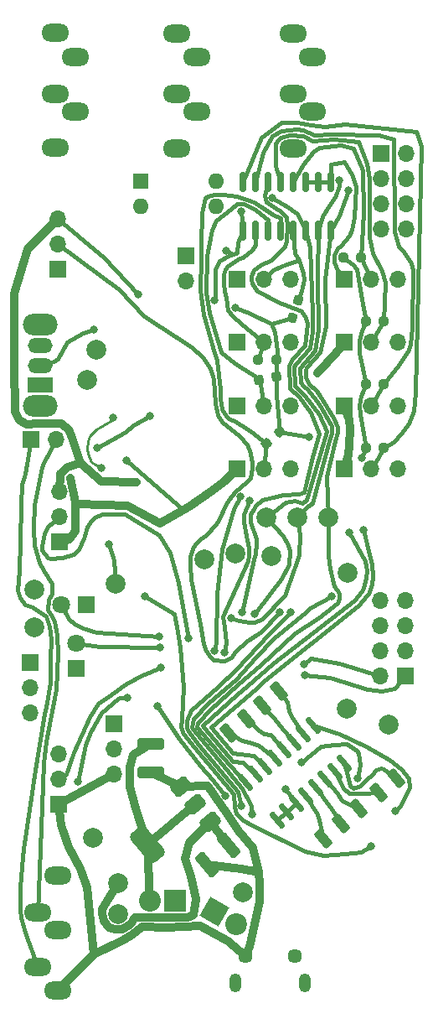
<source format=gbr>
G04 #@! TF.GenerationSoftware,KiCad,Pcbnew,8.0.3*
G04 #@! TF.CreationDate,2024-08-04T14:16:49-04:00*
G04 #@! TF.ProjectId,MEAP_Rev4b,4d454150-5f52-4657-9634-622e6b696361,rev?*
G04 #@! TF.SameCoordinates,Original*
G04 #@! TF.FileFunction,Copper,L2,Bot*
G04 #@! TF.FilePolarity,Positive*
%FSLAX46Y46*%
G04 Gerber Fmt 4.6, Leading zero omitted, Abs format (unit mm)*
G04 Created by KiCad (PCBNEW 8.0.3) date 2024-08-04 14:16:49*
%MOMM*%
%LPD*%
G01*
G04 APERTURE LIST*
G04 Aperture macros list*
%AMRoundRect*
0 Rectangle with rounded corners*
0 $1 Rounding radius*
0 $2 $3 $4 $5 $6 $7 $8 $9 X,Y pos of 4 corners*
0 Add a 4 corners polygon primitive as box body*
4,1,4,$2,$3,$4,$5,$6,$7,$8,$9,$2,$3,0*
0 Add four circle primitives for the rounded corners*
1,1,$1+$1,$2,$3*
1,1,$1+$1,$4,$5*
1,1,$1+$1,$6,$7*
1,1,$1+$1,$8,$9*
0 Add four rect primitives between the rounded corners*
20,1,$1+$1,$2,$3,$4,$5,0*
20,1,$1+$1,$4,$5,$6,$7,0*
20,1,$1+$1,$6,$7,$8,$9,0*
20,1,$1+$1,$8,$9,$2,$3,0*%
%AMHorizOval*
0 Thick line with rounded ends*
0 $1 width*
0 $2 $3 position (X,Y) of the first rounded end (center of the circle)*
0 $4 $5 position (X,Y) of the second rounded end (center of the circle)*
0 Add line between two ends*
20,1,$1,$2,$3,$4,$5,0*
0 Add two circle primitives to create the rounded ends*
1,1,$1,$2,$3*
1,1,$1,$4,$5*%
%AMRotRect*
0 Rectangle, with rotation*
0 The origin of the aperture is its center*
0 $1 length*
0 $2 width*
0 $3 Rotation angle, in degrees counterclockwise*
0 Add horizontal line*
21,1,$1,$2,0,0,$3*%
G04 Aperture macros list end*
G04 #@! TA.AperFunction,ComponentPad*
%ADD10C,2.000000*%
G04 #@! TD*
G04 #@! TA.AperFunction,SMDPad,CuDef*
%ADD11RoundRect,0.250000X-1.100000X0.325000X-1.100000X-0.325000X1.100000X-0.325000X1.100000X0.325000X0*%
G04 #@! TD*
G04 #@! TA.AperFunction,ComponentPad*
%ADD12R,1.700000X1.700000*%
G04 #@! TD*
G04 #@! TA.AperFunction,ComponentPad*
%ADD13O,1.700000X1.700000*%
G04 #@! TD*
G04 #@! TA.AperFunction,ComponentPad*
%ADD14O,2.800000X1.800000*%
G04 #@! TD*
G04 #@! TA.AperFunction,ComponentPad*
%ADD15R,1.600000X1.600000*%
G04 #@! TD*
G04 #@! TA.AperFunction,ComponentPad*
%ADD16O,1.600000X1.600000*%
G04 #@! TD*
G04 #@! TA.AperFunction,ComponentPad*
%ADD17O,3.500000X2.200000*%
G04 #@! TD*
G04 #@! TA.AperFunction,ComponentPad*
%ADD18R,2.500000X1.500000*%
G04 #@! TD*
G04 #@! TA.AperFunction,ComponentPad*
%ADD19O,2.500000X1.500000*%
G04 #@! TD*
G04 #@! TA.AperFunction,ComponentPad*
%ADD20RotRect,2.200000X2.200000X330.000000*%
G04 #@! TD*
G04 #@! TA.AperFunction,ComponentPad*
%ADD21HorizOval,2.200000X0.000000X0.000000X0.000000X0.000000X0*%
G04 #@! TD*
G04 #@! TA.AperFunction,ComponentPad*
%ADD22O,1.200000X1.900000*%
G04 #@! TD*
G04 #@! TA.AperFunction,ComponentPad*
%ADD23C,1.450000*%
G04 #@! TD*
G04 #@! TA.AperFunction,ComponentPad*
%ADD24R,2.200000X2.200000*%
G04 #@! TD*
G04 #@! TA.AperFunction,ComponentPad*
%ADD25O,2.200000X2.200000*%
G04 #@! TD*
G04 #@! TA.AperFunction,ComponentPad*
%ADD26R,1.800000X1.800000*%
G04 #@! TD*
G04 #@! TA.AperFunction,ComponentPad*
%ADD27C,1.800000*%
G04 #@! TD*
G04 #@! TA.AperFunction,SMDPad,CuDef*
%ADD28RoundRect,0.375000X0.237732X0.689009X-0.719823X-0.114476X-0.237732X-0.689009X0.719823X0.114476X0*%
G04 #@! TD*
G04 #@! TA.AperFunction,SMDPad,CuDef*
%ADD29RoundRect,0.500000X-0.516880X1.393856X-1.282925X0.751068X0.516880X-1.393856X1.282925X-0.751068X0*%
G04 #@! TD*
G04 #@! TA.AperFunction,SMDPad,CuDef*
%ADD30RoundRect,0.250000X-0.458102X1.051555X-0.956031X0.633743X0.458102X-1.051555X0.956031X-0.633743X0*%
G04 #@! TD*
G04 #@! TA.AperFunction,SMDPad,CuDef*
%ADD31RoundRect,0.250000X0.290580X-0.735230X0.673602X-0.413836X-0.290580X0.735230X-0.673602X0.413836X0*%
G04 #@! TD*
G04 #@! TA.AperFunction,SMDPad,CuDef*
%ADD32RoundRect,0.250000X-0.290580X0.735230X-0.673602X0.413836X0.290580X-0.735230X0.673602X-0.413836X0*%
G04 #@! TD*
G04 #@! TA.AperFunction,SMDPad,CuDef*
%ADD33RoundRect,0.237500X-0.250000X-0.237500X0.250000X-0.237500X0.250000X0.237500X-0.250000X0.237500X0*%
G04 #@! TD*
G04 #@! TA.AperFunction,SMDPad,CuDef*
%ADD34RoundRect,0.237500X0.250000X0.237500X-0.250000X0.237500X-0.250000X-0.237500X0.250000X-0.237500X0*%
G04 #@! TD*
G04 #@! TA.AperFunction,SMDPad,CuDef*
%ADD35RoundRect,0.237500X0.204960X0.277304X-0.287443X0.190480X-0.204960X-0.277304X0.287443X-0.190480X0*%
G04 #@! TD*
G04 #@! TA.AperFunction,SMDPad,CuDef*
%ADD36RoundRect,0.237500X0.038849X0.342632X-0.344173X0.021239X-0.038849X-0.342632X0.344173X-0.021239X0*%
G04 #@! TD*
G04 #@! TA.AperFunction,SMDPad,CuDef*
%ADD37RoundRect,0.150000X-0.150000X0.825000X-0.150000X-0.825000X0.150000X-0.825000X0.150000X0.825000X0*%
G04 #@! TD*
G04 #@! TA.AperFunction,SMDPad,CuDef*
%ADD38RoundRect,0.150000X0.645206X-0.535569X-0.415393X0.728405X-0.645206X0.535569X0.415393X-0.728405X0*%
G04 #@! TD*
G04 #@! TA.AperFunction,SMDPad,CuDef*
%ADD39RoundRect,0.237500X0.137672X-0.316153X0.308682X0.153693X-0.137672X0.316153X-0.308682X-0.153693X0*%
G04 #@! TD*
G04 #@! TA.AperFunction,ViaPad*
%ADD40C,0.800000*%
G04 #@! TD*
G04 #@! TA.AperFunction,Conductor*
%ADD41C,0.406400*%
G04 #@! TD*
G04 #@! TA.AperFunction,Conductor*
%ADD42C,0.812800*%
G04 #@! TD*
G04 #@! TA.AperFunction,Conductor*
%ADD43C,0.254000*%
G04 #@! TD*
G04 APERTURE END LIST*
D10*
X28640000Y-106400000D03*
D11*
X31900000Y-92160000D03*
X31899998Y-89210000D03*
D10*
X43620000Y-66350000D03*
D12*
X51540000Y-48700000D03*
D13*
X54240000Y-48700000D03*
X56940000Y-48700000D03*
D10*
X25520000Y-52540000D03*
X40480000Y-70060000D03*
D12*
X35470000Y-39930000D03*
D13*
X35470000Y-42470000D03*
D12*
X40640000Y-48700000D03*
D13*
X43340000Y-48700000D03*
X46040000Y-48700000D03*
D12*
X40640000Y-55100000D03*
D13*
X43340000Y-55100000D03*
X46040000Y-55100000D03*
D14*
X48300000Y-25430000D03*
X46300000Y-23630000D03*
X46300000Y-17530000D03*
X48300000Y-19930000D03*
X46300000Y-29130000D03*
D12*
X51540000Y-55100000D03*
D13*
X54240000Y-55100000D03*
X56940000Y-55100000D03*
D12*
X55220000Y-29660000D03*
D13*
X57760000Y-29660000D03*
X55220000Y-32200000D03*
X57760000Y-32200000D03*
X55220000Y-34740000D03*
X57760000Y-34740000D03*
X55220000Y-37280000D03*
X57760000Y-37280000D03*
D10*
X51860000Y-71960000D03*
D12*
X40640000Y-42300000D03*
D13*
X43340000Y-42300000D03*
X46040000Y-42300000D03*
D10*
X44100000Y-70290000D03*
D14*
X20540001Y-106260001D03*
X22540000Y-108060000D03*
X22540000Y-114160000D03*
X20540001Y-111760001D03*
X22540000Y-102560000D03*
D10*
X55970000Y-87280000D03*
D12*
X22690000Y-68810000D03*
D13*
X22690000Y-66270000D03*
X22689997Y-63730001D03*
D10*
X28670000Y-103300000D03*
X46755000Y-66350000D03*
D12*
X57640000Y-82390000D03*
D13*
X55100000Y-82390000D03*
X57640000Y-79850000D03*
X55100002Y-79850001D03*
X57639997Y-77310001D03*
X55100001Y-77310002D03*
X57640000Y-74770000D03*
X55099999Y-74770001D03*
D15*
X30900001Y-32460000D03*
D16*
X30900001Y-35000000D03*
X38520000Y-35000000D03*
X38520001Y-32460000D03*
D10*
X26450000Y-49460000D03*
X20180000Y-73670000D03*
X20130000Y-77480000D03*
D12*
X40640000Y-61500000D03*
D13*
X43340000Y-61500000D03*
X46040000Y-61500000D03*
D12*
X19750000Y-81040000D03*
D13*
X19750000Y-83580000D03*
X19750000Y-86120000D03*
D14*
X24300000Y-25385000D03*
X22300000Y-23585000D03*
X22300000Y-17485000D03*
X24300000Y-19885000D03*
X22300000Y-29085000D03*
D10*
X28380000Y-73080000D03*
X51710000Y-85690000D03*
X49890000Y-66350000D03*
D12*
X28210000Y-87180000D03*
D13*
X28210000Y-89720000D03*
X28210000Y-92260000D03*
D12*
X51540000Y-61500000D03*
D13*
X54240000Y-61500000D03*
X56940000Y-61500000D03*
D12*
X51540000Y-42300000D03*
D13*
X54240000Y-42300000D03*
X56940000Y-42300000D03*
D17*
X20740000Y-55140000D03*
X20740000Y-46940000D03*
D18*
X20740000Y-53040000D03*
D19*
X20740001Y-51039999D03*
X20740000Y-49040000D03*
D20*
X38350295Y-106170000D03*
D21*
X40550000Y-107440000D03*
D10*
X41260000Y-104220000D03*
D22*
X40529999Y-113332000D03*
D23*
X41529999Y-110632000D03*
X46529999Y-110632000D03*
D22*
X47529999Y-113332000D03*
D14*
X36560000Y-25420000D03*
X34560000Y-23620000D03*
X34560000Y-17520000D03*
X36560000Y-19920000D03*
X34560000Y-29120000D03*
D24*
X34430000Y-105110000D03*
D25*
X31890000Y-105110000D03*
D12*
X19820000Y-58520000D03*
D13*
X22360000Y-58520000D03*
D12*
X22540003Y-41299999D03*
D13*
X22540003Y-38759999D03*
X22540003Y-36219999D03*
D26*
X24390000Y-81600000D03*
D27*
X24390000Y-79060000D03*
D12*
X22640000Y-95310000D03*
D13*
X22640000Y-92770000D03*
X22640000Y-90230000D03*
D28*
X37936824Y-97113806D03*
D29*
X31632333Y-99401466D03*
D28*
X36458411Y-95351902D03*
X34980000Y-93590000D03*
D30*
X37590000Y-101400000D03*
X39849830Y-99503776D03*
D10*
X37380000Y-70630000D03*
X26130000Y-98750000D03*
D26*
X25440000Y-75220000D03*
D27*
X22900000Y-75220000D03*
D31*
X52974795Y-95764212D03*
X44890000Y-83920000D03*
D32*
X54947493Y-94148085D03*
D33*
X51377502Y-40170001D03*
X53202498Y-40169999D03*
D32*
X51174592Y-97274764D03*
D34*
X44604998Y-50500000D03*
X42780000Y-50500000D03*
D32*
X56709660Y-92747777D03*
D35*
X44670000Y-52180000D03*
X42872728Y-52496908D03*
D33*
X53690000Y-46540000D03*
X55514996Y-46539998D03*
D31*
X39799501Y-88152273D03*
D36*
X44980000Y-57730000D03*
X43581970Y-58903088D03*
D33*
X53685004Y-52940002D03*
X55510000Y-52940000D03*
D32*
X49382047Y-98778886D03*
D37*
X41250000Y-32484999D03*
X42519999Y-32485000D03*
X43790000Y-32485003D03*
X45059997Y-32484997D03*
X46330001Y-32484999D03*
X47600001Y-32485000D03*
X48870000Y-32484999D03*
X50139999Y-32485000D03*
X50140000Y-37435001D03*
X48870001Y-37435000D03*
X47600000Y-37434997D03*
X46330003Y-37435003D03*
X45059999Y-37435001D03*
X43789999Y-37435000D03*
X42520000Y-37435001D03*
X41250001Y-37435000D03*
D33*
X53685004Y-59350002D03*
X55510000Y-59350000D03*
D32*
X41556474Y-86730215D03*
D38*
X51521444Y-91200762D03*
X50548570Y-92017103D03*
X49575694Y-92833442D03*
X48602816Y-93649784D03*
X47629940Y-94466125D03*
X46657063Y-95282463D03*
X45684187Y-96098804D03*
X44711311Y-96915144D03*
X41529514Y-93123224D03*
X42502388Y-92306883D03*
X43475264Y-91490544D03*
X44448142Y-90674202D03*
X45421018Y-89857861D03*
X46393895Y-89041523D03*
X47366771Y-88225182D03*
X48339647Y-87408842D03*
D32*
X43211129Y-85341793D03*
D39*
X46245812Y-46194936D03*
X46870000Y-44480000D03*
D40*
X39490000Y-94460000D03*
X24540000Y-93080000D03*
X48790000Y-51860000D03*
X45560000Y-93850000D03*
X32886533Y-67015122D03*
X29520000Y-60630000D03*
X23810000Y-62420000D03*
X56630000Y-96010000D03*
X30490000Y-62850000D03*
X38390000Y-44430000D03*
X40470000Y-45220000D03*
X47940000Y-58260000D03*
X41120000Y-35450000D03*
X39530000Y-39490000D03*
X30630000Y-43870000D03*
X53280000Y-60350000D03*
X32790000Y-78370000D03*
X41100000Y-95550000D03*
X46070000Y-75980000D03*
X42160000Y-96320000D03*
X50270000Y-74370000D03*
X47160000Y-91110000D03*
X52840000Y-92680000D03*
X26940000Y-61380000D03*
X28140000Y-56320000D03*
X31820000Y-56160000D03*
X26480000Y-59370000D03*
X47410000Y-81200000D03*
X32860000Y-79470000D03*
X44250000Y-34130000D03*
X42460000Y-76150000D03*
X53410000Y-67690000D03*
X51980000Y-67910000D03*
X40090000Y-76530000D03*
X50990000Y-32350000D03*
X47520000Y-82300000D03*
X31370000Y-74320000D03*
X54170000Y-99580000D03*
X51910000Y-33340000D03*
X26210000Y-47430000D03*
X44990000Y-75970000D03*
X32970000Y-81520000D03*
X38340000Y-79840000D03*
X40970000Y-64270000D03*
X39420000Y-80050000D03*
X41940000Y-64680000D03*
X29540000Y-84560000D03*
X32640000Y-85420000D03*
X35750000Y-78560000D03*
X41160000Y-75930000D03*
X27710000Y-69080000D03*
D41*
X27920000Y-84240000D02*
X29526176Y-83146176D01*
X31090000Y-82293964D02*
X32970000Y-81520000D01*
X29526176Y-83146176D02*
X31090000Y-82293964D01*
X26630000Y-85220000D02*
X27920000Y-84240000D01*
X24146696Y-90060000D02*
X25780000Y-86510000D01*
X24073399Y-90380000D02*
X24146696Y-90060000D01*
X25780000Y-86510000D02*
X26630000Y-85220000D01*
X22640000Y-92770000D02*
X23381613Y-92301613D01*
X23381613Y-92301613D02*
X24073399Y-90380000D01*
X25848069Y-88040000D02*
X25367057Y-89310000D01*
X28620000Y-84666604D02*
X26924919Y-86124919D01*
X25848069Y-88040000D02*
X26924919Y-86124919D01*
X24540000Y-93080000D02*
X25367057Y-89310000D01*
X28620000Y-84666604D02*
X28820000Y-84610000D01*
X24263592Y-77146408D02*
X23610000Y-76590000D01*
X24263592Y-77146408D02*
X25120000Y-77568612D01*
X26420000Y-77950000D02*
X25120000Y-77568612D01*
X23610000Y-76590000D02*
X22900000Y-75220000D01*
X42497833Y-47992167D02*
X41121571Y-46858429D01*
X40199458Y-46050542D02*
X39757778Y-45490000D01*
X41121571Y-46858429D02*
X40199458Y-46050542D01*
X42704560Y-43485440D02*
X42147437Y-42800000D01*
X45640000Y-44940000D02*
X45010000Y-44717293D01*
X42704560Y-43485440D02*
X45010000Y-44717293D01*
X42147437Y-42800000D02*
X42068321Y-42330000D01*
X43003066Y-40933066D02*
X44170000Y-40370000D01*
X42377273Y-41397273D02*
X43003066Y-40933066D01*
X42068321Y-42330000D02*
X42116412Y-41980000D01*
X42116412Y-41980000D02*
X42377273Y-41397273D01*
X39399926Y-43500000D02*
X39552823Y-44200000D01*
X39324669Y-42780000D02*
X39399926Y-43500000D01*
X39327728Y-41830000D02*
X39324669Y-42780000D01*
X39552823Y-44200000D02*
X39757778Y-45490000D01*
X37236122Y-45880000D02*
X36946422Y-43420000D01*
X36946422Y-43420000D02*
X37013186Y-40130000D01*
X37013186Y-40130000D02*
X37041538Y-38840000D01*
X37832737Y-45740000D02*
X37533469Y-43660000D01*
X37533469Y-43660000D02*
X37631198Y-39950000D01*
X38400000Y-49810000D02*
X37236122Y-45880000D01*
X39030000Y-49730000D02*
X37832737Y-45740000D01*
X39471335Y-41291335D02*
X39327728Y-41830000D01*
X39471335Y-41291335D02*
X39696570Y-40996570D01*
X42149696Y-39379696D02*
X42503966Y-38850000D01*
X40950000Y-40249622D02*
X41220000Y-40147546D01*
X41220000Y-40147546D02*
X42149696Y-39379696D01*
X39696570Y-40996570D02*
X40950000Y-40249622D01*
X38906093Y-40446093D02*
X39850000Y-39930000D01*
X38458793Y-43860000D02*
X38459745Y-41360000D01*
X38459745Y-41360000D02*
X38906093Y-40446093D01*
X37364054Y-34424054D02*
X37480000Y-34150000D01*
X37041538Y-38840000D02*
X37131137Y-35610000D01*
X37364054Y-34424054D02*
X37131137Y-35610000D01*
X39200000Y-33780000D02*
X38370000Y-33780000D01*
X37480000Y-34150000D02*
X37668125Y-33988125D01*
X38370000Y-33780000D02*
X37668125Y-33988125D01*
X38578604Y-36398604D02*
X38122638Y-37382638D01*
X38122638Y-37382638D02*
X37631198Y-39950000D01*
X40700000Y-34720000D02*
X40108484Y-35188484D01*
X40108484Y-35188484D02*
X38578604Y-36398604D01*
X44277338Y-35832662D02*
X45024180Y-36175820D01*
X44277338Y-35832662D02*
X43016656Y-34973344D01*
X43016656Y-34973344D02*
X42370000Y-34547018D01*
X42370000Y-34547018D02*
X40660000Y-33960000D01*
X41300000Y-34720000D02*
X40700000Y-34720000D01*
X43774133Y-36360000D02*
X42520089Y-35279911D01*
X42520089Y-35279911D02*
X41300000Y-34720000D01*
X43594257Y-34515743D02*
X43493789Y-33850000D01*
X43493789Y-33850000D02*
X43790000Y-32485003D01*
X43760000Y-34660000D02*
X43594257Y-34515743D01*
X45628174Y-36050000D02*
X45720000Y-36930000D01*
X45628174Y-36050000D02*
X45003922Y-35416078D01*
X44650000Y-35200000D02*
X45003922Y-35416078D01*
X47600000Y-37434997D02*
X46768135Y-35731865D01*
X45826596Y-35023404D02*
X44250000Y-34130000D01*
X46768135Y-35731865D02*
X45826596Y-35023404D01*
X50949127Y-35909127D02*
X50140000Y-37435001D01*
X50949127Y-35909127D02*
X51618824Y-34330000D01*
X51910000Y-33340000D02*
X51618824Y-34330000D01*
X49974731Y-34894731D02*
X50569270Y-34069270D01*
X50957778Y-32930000D02*
X50990000Y-32350000D01*
X50569270Y-34069270D02*
X50957778Y-32930000D01*
X49301043Y-35970000D02*
X49974731Y-34894731D01*
X48870001Y-37435000D02*
X49301043Y-35970000D01*
X50510000Y-39910000D02*
X50510000Y-40660000D01*
X50510000Y-40660000D02*
X50802542Y-41387458D01*
X50802542Y-41387458D02*
X51700000Y-42300000D01*
X52018687Y-37938687D02*
X52289033Y-37339033D01*
X51150365Y-38950365D02*
X50800000Y-39200000D01*
X52018687Y-37938687D02*
X51150365Y-38950365D01*
X52640000Y-34550000D02*
X52537436Y-36050000D01*
X52289033Y-37339033D02*
X52537436Y-36050000D01*
X57520000Y-39570000D02*
X57030750Y-39029250D01*
X57030750Y-39029250D02*
X56566251Y-37550000D01*
X56530000Y-28170000D02*
X56566251Y-37550000D01*
X55325258Y-41504742D02*
X54412578Y-39690000D01*
X55660000Y-42660000D02*
X55325258Y-41504742D01*
X54020000Y-38110000D02*
X54412578Y-39690000D01*
X47441812Y-42310000D02*
X47375638Y-41730000D01*
X46870000Y-44480000D02*
X47219157Y-43560000D01*
X47441812Y-42310000D02*
X47219157Y-43560000D01*
X47106514Y-40873486D02*
X46886315Y-40423685D01*
X47375638Y-41730000D02*
X47106514Y-40873486D01*
X44329076Y-41409076D02*
X43340000Y-42300000D01*
X46886315Y-40423685D02*
X45220000Y-40942521D01*
X45220000Y-40942521D02*
X44329076Y-41409076D01*
X46401511Y-38830000D02*
X46330003Y-37435003D01*
X46886315Y-40423685D02*
X46541227Y-39718773D01*
X46401511Y-38830000D02*
X46541227Y-39718773D01*
X47770000Y-46790000D02*
X47578319Y-46220000D01*
X47578319Y-46220000D02*
X47140000Y-45591373D01*
X53268597Y-44410000D02*
X52737866Y-41312134D01*
X52737866Y-41312134D02*
X52430000Y-40870000D01*
X59270000Y-28870000D02*
X58700629Y-53780000D01*
X58527895Y-55660000D02*
X58700629Y-53780000D01*
X57280293Y-57940293D02*
X57987405Y-56877405D01*
X56480571Y-58730571D02*
X55510000Y-59350000D01*
X57280293Y-57940293D02*
X56480571Y-58730571D01*
X57987405Y-56877405D02*
X58527895Y-55660000D01*
X58014040Y-49450000D02*
X58193728Y-48880000D01*
X57093895Y-50853895D02*
X55510000Y-52940000D01*
X58014040Y-49450000D02*
X57093895Y-50853895D01*
X58324667Y-47270000D02*
X58420000Y-41440000D01*
X58193728Y-48880000D02*
X58324667Y-47270000D01*
X53080000Y-56000000D02*
X53047466Y-55050000D01*
X53206033Y-54110000D02*
X53685004Y-52940002D01*
X53047466Y-55050000D02*
X53206033Y-54110000D01*
X44980000Y-57730000D02*
X44677674Y-54000000D01*
X44677674Y-54000000D02*
X44670000Y-52180000D01*
X39160000Y-69600000D02*
X38610000Y-74130000D01*
X40970000Y-64270000D02*
X40328547Y-65528547D01*
X39160000Y-69600000D02*
X40328547Y-65528547D01*
X41300640Y-66770000D02*
X41355749Y-66020000D01*
X41863529Y-69390000D02*
X41716470Y-68640000D01*
X41300640Y-66770000D02*
X41716470Y-68640000D01*
X41355749Y-66020000D02*
X41940000Y-64680000D01*
X42571617Y-68480000D02*
X41990309Y-66930000D01*
X42048377Y-66028377D02*
X42312379Y-65560000D01*
X41990309Y-66930000D02*
X42048377Y-66028377D01*
X42645181Y-69030000D02*
X42571617Y-68480000D01*
X41720000Y-70760000D02*
X41850204Y-70180000D01*
X41850204Y-70180000D02*
X41863529Y-69390000D01*
X42557919Y-70040000D02*
X42380000Y-70580000D01*
X42557919Y-70040000D02*
X42645181Y-69030000D01*
X45980330Y-69750000D02*
X45823077Y-69210000D01*
X45321567Y-68268433D02*
X43620000Y-66350000D01*
X45823077Y-69210000D02*
X45321567Y-68268433D01*
X45140000Y-72590000D02*
X45872019Y-71112019D01*
X45872019Y-71112019D02*
X45980330Y-69750000D01*
X46944752Y-70200000D02*
X45460000Y-74260000D01*
X46755000Y-66350000D02*
X47035049Y-68160000D01*
X46944752Y-70200000D02*
X47035049Y-68160000D01*
X50486538Y-73303462D02*
X50055273Y-71550000D01*
X49920000Y-70240000D02*
X49920000Y-69130000D01*
X50055273Y-71550000D02*
X49920000Y-70240000D01*
X50486538Y-73303462D02*
X50850000Y-73780000D01*
X49920000Y-69130000D02*
X49890000Y-66350000D01*
X53924175Y-74064175D02*
X53780000Y-74250000D01*
X54300263Y-73150000D02*
X54380000Y-72340000D01*
X53924175Y-74064175D02*
X54300263Y-73150000D01*
X53780000Y-74250000D02*
X52917665Y-75287665D01*
X43401905Y-82891905D02*
X42590000Y-83630000D01*
X52917665Y-75287665D02*
X43401905Y-82891905D01*
X53940000Y-69770000D02*
X53410000Y-67690000D01*
X54280000Y-71090000D02*
X53940000Y-69770000D01*
X54380000Y-72340000D02*
X54280000Y-71090000D01*
X53472228Y-73492228D02*
X53266571Y-73876571D01*
X52496194Y-74726194D02*
X48370000Y-77960000D01*
X53266571Y-73876571D02*
X52496194Y-74726194D01*
X53740209Y-72480000D02*
X53767053Y-71760000D01*
X53740209Y-72480000D02*
X53472228Y-73492228D01*
X51980000Y-67910000D02*
X53578498Y-70791502D01*
X53767053Y-71760000D02*
X53578498Y-70791502D01*
X50834731Y-75004731D02*
X51017377Y-74577377D01*
X50850000Y-73780000D02*
X51011221Y-74098779D01*
X51017377Y-74577377D02*
X51011221Y-74098779D01*
X50834731Y-75004731D02*
X48890000Y-76520000D01*
X43883437Y-78143437D02*
X46070000Y-75980000D01*
X43883437Y-78143437D02*
X40550000Y-81730000D01*
X47574539Y-75944539D02*
X48030000Y-75550000D01*
X42520684Y-80490684D02*
X44427908Y-78597908D01*
X44427908Y-78597908D02*
X47574539Y-75944539D01*
X42650000Y-78200000D02*
X42993134Y-77973134D01*
X42993134Y-77973134D02*
X44990000Y-75970000D01*
X38330000Y-80740000D02*
X37931190Y-80468810D01*
X37490849Y-79880000D02*
X37310000Y-79170000D01*
X37931190Y-80468810D02*
X37490849Y-79880000D01*
X35224245Y-83510000D02*
X34867117Y-79510000D01*
X34867117Y-79510000D02*
X34631230Y-77920000D01*
X35096975Y-86736719D02*
X35224245Y-83510000D01*
X53730000Y-89480000D02*
X50970000Y-88270000D01*
X58090000Y-93610000D02*
X58050000Y-92740000D01*
X58050000Y-92740000D02*
X57290000Y-91770000D01*
X50970000Y-88270000D02*
X48339647Y-87408842D01*
X57290000Y-91770000D02*
X56060000Y-90830000D01*
X57208157Y-95488157D02*
X56630000Y-96010000D01*
X57208157Y-95488157D02*
X58090000Y-93610000D01*
X56060000Y-90830000D02*
X53730000Y-89480000D01*
X49340000Y-100475992D02*
X47510000Y-100057742D01*
X42169073Y-97450927D02*
X41253782Y-96916218D01*
X47510000Y-100057742D02*
X42169073Y-97450927D01*
X49340000Y-100475992D02*
X51590000Y-100355668D01*
X51590000Y-100355668D02*
X53150000Y-100140000D01*
D42*
X41529999Y-110632000D02*
X41894630Y-109764630D01*
X41894630Y-109764630D02*
X42908323Y-105160000D01*
X42908323Y-105160000D02*
X42972089Y-103410000D01*
X42972089Y-103410000D02*
X42860000Y-102170000D01*
X30027368Y-108567368D02*
X29114172Y-109034172D01*
X29114172Y-109034172D02*
X26161226Y-110471226D01*
X31088762Y-107719972D02*
X30027368Y-108567368D01*
X31088762Y-107719972D02*
X33550000Y-107745620D01*
X33550000Y-107745620D02*
X36930000Y-107650000D01*
X31260000Y-106808761D02*
X30340000Y-106800000D01*
X35660000Y-106740921D02*
X35230000Y-106763188D01*
X35230000Y-106763188D02*
X31260000Y-106808761D01*
X36930000Y-107650000D02*
X39690000Y-109160000D01*
X39690000Y-109160000D02*
X41529999Y-110632000D01*
X27040703Y-106380000D02*
X27024270Y-105890000D01*
X27024270Y-105890000D02*
X28670000Y-103300000D01*
X27196960Y-107133040D02*
X27040703Y-106380000D01*
X27670000Y-107771713D02*
X27196960Y-107133040D01*
X28310000Y-107960909D02*
X27670000Y-107771713D01*
X29070000Y-107935000D02*
X28310000Y-107960909D01*
X30340000Y-106800000D02*
X29880308Y-107420308D01*
X29070000Y-107935000D02*
X29880308Y-107420308D01*
X35660000Y-106740921D02*
X36270000Y-106540000D01*
X25488007Y-103740000D02*
X24797158Y-101880000D01*
X24797158Y-101880000D02*
X23680000Y-99680000D01*
X25488007Y-103740000D02*
X26161226Y-110471226D01*
D41*
X19037246Y-99840000D02*
X18954581Y-100660000D01*
X18745561Y-106040000D02*
X18755021Y-103620000D01*
X18755021Y-103620000D02*
X18954581Y-100660000D01*
X18822544Y-106780000D02*
X18745561Y-106040000D01*
X18822544Y-106780000D02*
X19276825Y-108300000D01*
X20540001Y-111760001D02*
X19276825Y-108300000D01*
X19037246Y-99840000D02*
X20259240Y-91870000D01*
X21227861Y-86230000D02*
X21395780Y-85530000D01*
X21227861Y-86230000D02*
X20259240Y-91870000D01*
X20540001Y-106260001D02*
X21063456Y-91220000D01*
X22396848Y-83740000D02*
X21333957Y-89010000D01*
X21333957Y-89010000D02*
X21063456Y-91220000D01*
X22396848Y-83740000D02*
X22572534Y-80110000D01*
X21777941Y-83070000D02*
X21800000Y-80570000D01*
X21777941Y-83070000D02*
X21395780Y-85530000D01*
X22237840Y-76852160D02*
X22463135Y-78230000D01*
X22572534Y-80110000D02*
X22463135Y-78230000D01*
X22237840Y-76852160D02*
X21930000Y-76340000D01*
X21800000Y-80570000D02*
X21904186Y-78650000D01*
X21718025Y-77410000D02*
X21320000Y-76370000D01*
X21904186Y-78650000D02*
X21718025Y-77410000D01*
X20638835Y-70931165D02*
X20153323Y-69220000D01*
X20044632Y-67470000D02*
X20130000Y-65150000D01*
X20153323Y-69220000D02*
X20044632Y-67470000D01*
X21100000Y-71720000D02*
X20638835Y-70931165D01*
D42*
X22690000Y-68810000D02*
X23740000Y-68625170D01*
X24281421Y-67700000D02*
X24320000Y-64890000D01*
X23740000Y-68625170D02*
X24281421Y-67700000D01*
D41*
X24130000Y-70138000D02*
X24650052Y-69610052D01*
X25192963Y-68540000D02*
X25270000Y-68260000D01*
X24650052Y-69610052D02*
X25192963Y-68540000D01*
X24130000Y-70138000D02*
X22970000Y-70431867D01*
X21753271Y-70546729D02*
X21524969Y-70445031D01*
X21753271Y-70546729D02*
X22970000Y-70431867D01*
X20930000Y-69670000D02*
X20930000Y-69290000D01*
X20930000Y-69670000D02*
X21524969Y-70445031D01*
X21490000Y-67310000D02*
X21184253Y-67954253D01*
X21184253Y-67954253D02*
X20930000Y-69290000D01*
X22690000Y-66270000D02*
X21490000Y-67310000D01*
X27060000Y-66052954D02*
X29340000Y-66040000D01*
X26292664Y-66352664D02*
X25936332Y-66686332D01*
X27060000Y-66052954D02*
X26292664Y-66352664D01*
X25270000Y-68260000D02*
X25500000Y-67340000D01*
X25500000Y-67340000D02*
X25936332Y-66686332D01*
D42*
X39380971Y-62730971D02*
X40640000Y-61500000D01*
X38071174Y-63801174D02*
X35870000Y-65280000D01*
X39380971Y-62730971D02*
X38071174Y-63801174D01*
D41*
X39832796Y-64612796D02*
X39600993Y-65050993D01*
X41569812Y-62839812D02*
X40453865Y-63783865D01*
X39832796Y-64612796D02*
X40453865Y-63783865D01*
X36962652Y-68562652D02*
X37526677Y-68156677D01*
X38532486Y-67032486D02*
X38760000Y-66680000D01*
X37526677Y-68156677D02*
X38532486Y-67032486D01*
X36214058Y-69484058D02*
X36454634Y-69104634D01*
X36454634Y-69104634D02*
X36962652Y-68562652D01*
X36214058Y-69484058D02*
X35959890Y-70330000D01*
X35959890Y-70330000D02*
X35900000Y-71190000D01*
X41669130Y-78859130D02*
X41870000Y-78730000D01*
X40070000Y-80540000D02*
X40513408Y-79953408D01*
X41669130Y-78859130D02*
X40513408Y-79953408D01*
X36919434Y-77100000D02*
X37310000Y-79170000D01*
X35900000Y-71190000D02*
X36027358Y-72690000D01*
X36919434Y-77100000D02*
X36027358Y-72690000D01*
X38760000Y-66680000D02*
X39600993Y-65050993D01*
X42003263Y-62413263D02*
X41569812Y-62839812D01*
X42150000Y-60890000D02*
X42160000Y-61370000D01*
X42003263Y-62413263D02*
X42160000Y-61370000D01*
X42141243Y-60350000D02*
X42150000Y-60890000D01*
X41969195Y-59610805D02*
X41664153Y-58985847D01*
X42141243Y-60350000D02*
X41969195Y-59610805D01*
X41664153Y-58985847D02*
X40917163Y-58152837D01*
X40917163Y-58152837D02*
X39130000Y-56730000D01*
X41114664Y-57035336D02*
X40390000Y-56650000D01*
X42041085Y-57638915D02*
X41114664Y-57035336D01*
X38935140Y-53400000D02*
X38974179Y-54380000D01*
X39154388Y-55450000D02*
X38974179Y-54380000D01*
X39812558Y-56387442D02*
X39519864Y-56130136D01*
X39519864Y-56130136D02*
X39154388Y-55450000D01*
X39812558Y-56387442D02*
X40390000Y-56650000D01*
X31290000Y-46040000D02*
X36115439Y-49194561D01*
X37202488Y-50247512D02*
X36115439Y-49194561D01*
X38310000Y-52380000D02*
X37951152Y-51320000D01*
X37951152Y-51320000D02*
X37202488Y-50247512D01*
X38430000Y-54890000D02*
X38310000Y-52380000D01*
X38690000Y-56030000D02*
X38430000Y-54890000D01*
X39130000Y-56730000D02*
X38690000Y-56030000D01*
X42041085Y-57638915D02*
X43581970Y-58903088D01*
X38663557Y-50580000D02*
X38935140Y-53400000D01*
X38663557Y-50580000D02*
X38552976Y-50190000D01*
X38552976Y-50190000D02*
X38400000Y-49810000D01*
D43*
X25570959Y-59920000D02*
X25517260Y-59430000D01*
X26940000Y-61380000D02*
X25963474Y-60756526D01*
X25570959Y-59920000D02*
X25963474Y-60756526D01*
X25517260Y-59430000D02*
X25598931Y-58710000D01*
X25598931Y-58710000D02*
X25755420Y-58210000D01*
X26403263Y-57483263D02*
X27854341Y-56644341D01*
X25755420Y-58210000D02*
X26403263Y-57483263D01*
D41*
X30180000Y-57090000D02*
X29358634Y-57788634D01*
X26480000Y-59370000D02*
X29358634Y-57788634D01*
D42*
X22799786Y-62010000D02*
X23559610Y-61289610D01*
X23559610Y-61289610D02*
X24850000Y-60910000D01*
X24850000Y-60910000D02*
X24006818Y-58300000D01*
X22799786Y-62010000D02*
X22689997Y-63730001D01*
X23608706Y-57481294D02*
X24006818Y-58300000D01*
X22870000Y-56940000D02*
X23608706Y-57481294D01*
X18663481Y-56566519D02*
X18237128Y-55720000D01*
X19430000Y-56964227D02*
X20530000Y-56940000D01*
X18663481Y-56566519D02*
X19430000Y-56964227D01*
X18237128Y-55720000D02*
X18150000Y-50850000D01*
D41*
X36960000Y-91450000D02*
X34815308Y-88754692D01*
X34815308Y-88754692D02*
X32640000Y-85420000D01*
X38240000Y-92860000D02*
X36960000Y-91450000D01*
X39490000Y-94460000D02*
X38240000Y-92860000D01*
D42*
X40800000Y-98020000D02*
X42250000Y-99770000D01*
X37700000Y-93500000D02*
X39610000Y-96230000D01*
X39610000Y-96230000D02*
X40800000Y-98020000D01*
X34980000Y-93590000D02*
X37700000Y-93500000D01*
X42250000Y-99770000D02*
X42860000Y-102170000D01*
D41*
X40704404Y-96425596D02*
X40591926Y-96308074D01*
X40365356Y-95600000D02*
X40310000Y-94310000D01*
X40591926Y-96308074D02*
X40365356Y-95600000D01*
X40310000Y-94310000D02*
X36354587Y-89603050D01*
X35020000Y-87590000D02*
X35096975Y-86736719D01*
X36354587Y-89603050D02*
X35200000Y-88210000D01*
X35200000Y-88210000D02*
X35020000Y-87590000D01*
X35600000Y-86870000D02*
X36030000Y-85850000D01*
X35708858Y-87992416D02*
X35580000Y-87620000D01*
X40768669Y-94032781D02*
X36770000Y-89310000D01*
X41100000Y-95550000D02*
X40768669Y-94032781D01*
X36770000Y-89310000D02*
X35708858Y-87992416D01*
X35580000Y-87620000D02*
X35600000Y-86870000D01*
X38720000Y-83450000D02*
X40550000Y-81730000D01*
X36030000Y-85850000D02*
X38720000Y-83450000D01*
X41940000Y-95150000D02*
X41180672Y-93729327D01*
X36090000Y-87540000D02*
X36220000Y-86720000D01*
X38701319Y-90807252D02*
X36169087Y-87754074D01*
X37770000Y-85070000D02*
X40600000Y-82710000D01*
X36169087Y-87754074D02*
X36090000Y-87540000D01*
X40600000Y-82710000D02*
X42520684Y-80490684D01*
X36220000Y-86720000D02*
X37770000Y-85070000D01*
X41180672Y-93729327D02*
X38701319Y-90807252D01*
X36627184Y-87512816D02*
X36686340Y-87130000D01*
X37921212Y-85731212D02*
X40780000Y-83250000D01*
X36686340Y-87130000D02*
X37921212Y-85731212D01*
X39190000Y-90590000D02*
X36627184Y-87512816D01*
X37399309Y-87640691D02*
X37176490Y-87366490D01*
X40260000Y-90984264D02*
X37399309Y-87640691D01*
X41529514Y-93123224D02*
X39190000Y-90590000D01*
X37176490Y-87366490D02*
X40680000Y-84290000D01*
X41290000Y-91120000D02*
X40260000Y-90984264D01*
D42*
X41080000Y-101880000D02*
X42860000Y-102170000D01*
X37590000Y-101400000D02*
X41080000Y-101880000D01*
X35980000Y-102650000D02*
X36510000Y-104940000D01*
X37936824Y-97113806D02*
X35820000Y-99200000D01*
X35440000Y-100820000D02*
X35980000Y-102650000D01*
X35820000Y-99200000D02*
X35440000Y-100820000D01*
X36510000Y-104940000D02*
X36270000Y-106540000D01*
X31890000Y-105110000D02*
X31632333Y-99401466D01*
X26161226Y-110471226D02*
X22540000Y-114160000D01*
X37936824Y-97113806D02*
X39849830Y-99503776D01*
X36458411Y-95351902D02*
X31632333Y-99401466D01*
X29800000Y-93550000D02*
X30430000Y-95770000D01*
X30130000Y-90310000D02*
X29800000Y-91580000D01*
X29800000Y-91580000D02*
X29800000Y-93550000D01*
X31899998Y-89210000D02*
X30130000Y-90310000D01*
X30430000Y-95770000D02*
X31632333Y-99401466D01*
D41*
X28820000Y-84610000D02*
X29540000Y-84560000D01*
D42*
X34980000Y-93590000D02*
X31900000Y-92160000D01*
D41*
X48870000Y-32484999D02*
X47600001Y-32485000D01*
D42*
X51982247Y-56590000D02*
X51540000Y-55100000D01*
D41*
X45684187Y-96098804D02*
X46657063Y-95282462D01*
D42*
X35237721Y-65647721D02*
X35870000Y-65280000D01*
X29550000Y-65220000D02*
X32886533Y-67015122D01*
X52130000Y-57370000D02*
X51982247Y-56590000D01*
X51700000Y-48700000D02*
X48790000Y-51860000D01*
D41*
X51530000Y-30490000D02*
X52240000Y-31750000D01*
X44711311Y-96915144D02*
X45684187Y-96098804D01*
D42*
X51982247Y-56590000D02*
X51700000Y-55100000D01*
X22640000Y-95310000D02*
X28210000Y-92260000D01*
D41*
X50139999Y-32485000D02*
X48870000Y-32484999D01*
D42*
X24680000Y-64988032D02*
X29550000Y-65220000D01*
X51700000Y-61500000D02*
X51889662Y-60050000D01*
D41*
X50170000Y-30750000D02*
X51530000Y-30490000D01*
X50800000Y-39200000D02*
X50510000Y-39910000D01*
X50139999Y-32485000D02*
X50170000Y-30750000D01*
X52660000Y-32930000D02*
X52640000Y-34550000D01*
X46657063Y-95282462D02*
X45560000Y-93850000D01*
D42*
X51889662Y-60050000D02*
X51540000Y-61500000D01*
X22850000Y-97450000D02*
X22640000Y-95310000D01*
X23680000Y-99680000D02*
X22850000Y-97450000D01*
X52010000Y-59130000D02*
X52130000Y-57370000D01*
D41*
X29520000Y-60630000D02*
X35237721Y-65647721D01*
D42*
X24320000Y-64890000D02*
X23810000Y-62420000D01*
D41*
X52240000Y-31750000D02*
X52660000Y-32930000D01*
D42*
X24680000Y-64988032D02*
X24320000Y-64890000D01*
X51889662Y-60050000D02*
X52010000Y-59130000D01*
D41*
X40210000Y-39804781D02*
X39530000Y-39490000D01*
X53280000Y-60350000D02*
X53685004Y-59350002D01*
X52430000Y-40870000D02*
X51377502Y-40170001D01*
X41847500Y-45700494D02*
X44140000Y-46850000D01*
D42*
X19470000Y-39310000D02*
X22540003Y-36219999D01*
D41*
X40760000Y-38610000D02*
X41250001Y-37435000D01*
X53050000Y-49790000D02*
X53020000Y-48530000D01*
X53685004Y-52940002D02*
X53050000Y-49790000D01*
X44140000Y-46850000D02*
X44480000Y-47680000D01*
X41847500Y-45700494D02*
X40470000Y-45220000D01*
D42*
X18150000Y-43760000D02*
X19470000Y-39310000D01*
D41*
X44710000Y-49500000D02*
X44604998Y-50500000D01*
X53690000Y-46540000D02*
X53268597Y-44410000D01*
X40580000Y-39676083D02*
X40654994Y-39649998D01*
X53020000Y-48530000D02*
X53240000Y-47480000D01*
D42*
X18150000Y-50850000D02*
X18150000Y-43760000D01*
D41*
X44980000Y-57730000D02*
X47940000Y-58260000D01*
D42*
X26950000Y-62770000D02*
X24850000Y-60910000D01*
D41*
X53685004Y-59350002D02*
X53080000Y-56000000D01*
X41120000Y-35450000D02*
X41250001Y-37435000D01*
D42*
X20530000Y-56940000D02*
X22870000Y-56940000D01*
D41*
X53240000Y-47480000D02*
X53690000Y-46540000D01*
D42*
X30490000Y-62850000D02*
X26950000Y-62770000D01*
D41*
X39850000Y-39930000D02*
X40210000Y-39804781D01*
X40210000Y-39804781D02*
X40580000Y-39676083D01*
X30630000Y-43870000D02*
X27160000Y-40160000D01*
X44480000Y-47680000D02*
X44710000Y-49500000D01*
X44670000Y-52180000D02*
X44604998Y-50500000D01*
X44140000Y-46850000D02*
X46245812Y-46194936D01*
X40654994Y-39649998D02*
X40760000Y-38610000D01*
X27160000Y-40160000D02*
X22540003Y-36219999D01*
X38390000Y-44430000D02*
X38458793Y-43860000D01*
X32790000Y-78370000D02*
X26420000Y-77950000D01*
X41940000Y-95150000D02*
X42080000Y-95540000D01*
X42080000Y-95540000D02*
X42160000Y-96320000D01*
X48030000Y-75550000D02*
X50270000Y-74370000D01*
X52840000Y-92680000D02*
X53076035Y-91380000D01*
X52780000Y-89940000D02*
X51730000Y-89220000D01*
X49100000Y-89530000D02*
X47160000Y-91110000D01*
X52948917Y-90161083D02*
X52780000Y-89940000D01*
X50460000Y-89310000D02*
X49100000Y-89530000D01*
X53076035Y-91380000D02*
X52948917Y-90161083D01*
X51730000Y-89220000D02*
X50460000Y-89310000D01*
X21540000Y-75680000D02*
X21630000Y-74710000D01*
X20950000Y-61280000D02*
X21140000Y-60920000D01*
X21140000Y-60920000D02*
X22360000Y-58520000D01*
X21930000Y-76340000D02*
X21540000Y-75680000D01*
X21907167Y-73062833D02*
X21100000Y-71720000D01*
X21630000Y-74710000D02*
X21956185Y-74046185D01*
X20130000Y-65150000D02*
X20950000Y-61280000D01*
X21956185Y-74046185D02*
X21907167Y-73062833D01*
D43*
X27854341Y-56644341D02*
X28140000Y-56320000D01*
D41*
X31820000Y-56160000D02*
X30180000Y-57090000D01*
X51020000Y-81130108D02*
X48140000Y-80612680D01*
X55100000Y-82390000D02*
X51020000Y-81130108D01*
X48140000Y-80612680D02*
X47410000Y-81200000D01*
X26810000Y-79430000D02*
X24390000Y-79060000D01*
X32860000Y-79470000D02*
X26810000Y-79430000D01*
X42460000Y-76150000D02*
X45140000Y-72590000D01*
X46530000Y-64686143D02*
X45540000Y-64870000D01*
X48930000Y-55960000D02*
X47550000Y-54100000D01*
X38020000Y-87580000D02*
X42590000Y-83630000D01*
X46524080Y-53052100D02*
X47550000Y-54100000D01*
X48020000Y-49280000D02*
X48318669Y-47610000D01*
X46445058Y-51140624D02*
X46524080Y-53052100D01*
X48270000Y-45690000D02*
X48318669Y-47610000D01*
X47713759Y-64633759D02*
X49659317Y-57980000D01*
X46530000Y-64686143D02*
X47240000Y-64960000D01*
X40260000Y-90190000D02*
X38020000Y-87580000D01*
X49659317Y-57980000D02*
X49710000Y-57640000D01*
X48010000Y-39130000D02*
X47600000Y-37434997D01*
X45540000Y-64870000D02*
X43620000Y-66350000D01*
X43475264Y-91490544D02*
X42360000Y-90470000D01*
X49710000Y-57640000D02*
X48930000Y-55960000D01*
X48010000Y-39130000D02*
X48270000Y-45690000D01*
X46600776Y-50870776D02*
X46445058Y-51140624D01*
X47240000Y-64960000D02*
X47713759Y-64633759D01*
X46600776Y-50870776D02*
X48020000Y-49280000D01*
X42360000Y-90470000D02*
X40260000Y-90190000D01*
X48265519Y-64985519D02*
X50086457Y-58323584D01*
X48870001Y-37435000D02*
X48790000Y-42140000D01*
X48370000Y-77960000D02*
X44270000Y-81130000D01*
X50086457Y-58323584D02*
X50226898Y-57930000D01*
X50203356Y-57120000D02*
X49225273Y-55344727D01*
X44270000Y-81130000D02*
X41650000Y-83380000D01*
X45460000Y-74260000D02*
X43239572Y-76639572D01*
X41970000Y-76986043D02*
X40790000Y-76779590D01*
X47751460Y-53468540D02*
X47370000Y-53060000D01*
X46755000Y-66350000D02*
X47760011Y-65290011D01*
X42502388Y-92306883D02*
X41290000Y-91120000D01*
X41650000Y-83380000D02*
X40680000Y-84290000D01*
X50258835Y-57300000D02*
X50203356Y-57120000D01*
X41970000Y-76986043D02*
X42460000Y-76946471D01*
X48810000Y-54710000D02*
X47751460Y-53468540D01*
X47020000Y-51310000D02*
X48509840Y-49517841D01*
X47370000Y-53060000D02*
X47060000Y-52750000D01*
X48790000Y-42140000D02*
X48893987Y-47400000D01*
X40790000Y-76779590D02*
X40090000Y-76530000D01*
X50226898Y-57930000D02*
X50258835Y-57300000D01*
X49225273Y-55344727D02*
X48810000Y-54710000D01*
X47060000Y-52750000D02*
X47020000Y-51310000D01*
X42460000Y-76946471D02*
X43239572Y-76639572D01*
X48509840Y-49517841D02*
X48893987Y-47400000D01*
X47760011Y-65290011D02*
X48265519Y-64985519D01*
X53870000Y-83753992D02*
X55350000Y-83906703D01*
X56552783Y-83642783D02*
X57640000Y-82390000D01*
X50100000Y-82518934D02*
X47520000Y-82300000D01*
X55350000Y-83906703D02*
X56552783Y-83642783D01*
X50100000Y-82518934D02*
X53870000Y-83753992D01*
X53150000Y-100140000D02*
X54170000Y-99580000D01*
X40704404Y-96425596D02*
X41253782Y-96916218D01*
X34631230Y-77920000D02*
X34290000Y-76110000D01*
X34290000Y-76110000D02*
X31370000Y-74320000D01*
X18720000Y-68880000D02*
X18810000Y-65060000D01*
X18810000Y-65060000D02*
X18880000Y-63090000D01*
X18880000Y-63090000D02*
X19235918Y-62000000D01*
X18694800Y-74530000D02*
X18510000Y-73760000D01*
X19220000Y-75165868D02*
X18694800Y-74530000D01*
X18510000Y-73760000D02*
X18610000Y-71690000D01*
X18610000Y-71690000D02*
X18720000Y-68880000D01*
X20020000Y-75470000D02*
X19220000Y-75165868D01*
X19235918Y-62000000D02*
X19820000Y-58520000D01*
X21320000Y-76370000D02*
X20020000Y-75470000D01*
X47728656Y-51268656D02*
X49040000Y-49670000D01*
X49750000Y-62250000D02*
X50530000Y-58650000D01*
X50850999Y-57790000D02*
X50845355Y-57250000D01*
X46470000Y-78100000D02*
X43020000Y-81300000D01*
X48737006Y-53630000D02*
X47950000Y-52890000D01*
X43020000Y-81300000D02*
X40780000Y-83250000D01*
X49890000Y-66350000D02*
X49750000Y-62250000D01*
X49535916Y-42330000D02*
X49635720Y-47060000D01*
X50845355Y-57250000D02*
X50390359Y-56289641D01*
X50390359Y-56289641D02*
X49079647Y-54080353D01*
X49079647Y-54080353D02*
X48737006Y-53630000D01*
X50530000Y-58650000D02*
X50850999Y-57790000D01*
X50140000Y-37435001D02*
X49535916Y-42330000D01*
X49040000Y-49670000D02*
X49635720Y-47060000D01*
X47620000Y-51450000D02*
X47728656Y-51268656D01*
X47950000Y-52890000D02*
X47600000Y-52250000D01*
X47600000Y-52250000D02*
X47620000Y-51450000D01*
X48890000Y-76520000D02*
X46470000Y-78100000D01*
X23450000Y-48700000D02*
X25080000Y-47740000D01*
X22512030Y-50372030D02*
X22080000Y-50642620D01*
X25080000Y-47740000D02*
X26210000Y-47430000D01*
X22080000Y-50642620D02*
X20740001Y-51039999D01*
X22512030Y-50372030D02*
X23450000Y-48700000D01*
X39420000Y-80824303D02*
X40070000Y-80540000D01*
X41870000Y-78730000D02*
X42650000Y-78200000D01*
X39420000Y-80824303D02*
X38330000Y-80740000D01*
X22540003Y-38759999D02*
X28720000Y-43380000D01*
X28720000Y-43380000D02*
X31290000Y-46040000D01*
X38610000Y-74130000D02*
X38580000Y-78970000D01*
X38340000Y-79840000D02*
X38580000Y-78970000D01*
X48969508Y-29049508D02*
X51120000Y-28820000D01*
X51120000Y-28820000D02*
X52410000Y-29100000D01*
X48390000Y-29480000D02*
X48969508Y-29049508D01*
X46330001Y-32484999D02*
X47320000Y-30760000D01*
X53410000Y-35550000D02*
X53354547Y-31319548D01*
X53354547Y-31319548D02*
X52410000Y-29100000D01*
X53202498Y-40169999D02*
X53410000Y-35550000D01*
X47320000Y-30760000D02*
X48390000Y-29480000D01*
X53202498Y-40169999D02*
X54240000Y-42300000D01*
X45070000Y-28023241D02*
X44833442Y-28243442D01*
X44580551Y-28630551D02*
X44567494Y-30920000D01*
X55660000Y-42660000D02*
X55514996Y-46539998D01*
X48260000Y-28400000D02*
X50490000Y-28210000D01*
X47308863Y-27891137D02*
X45960000Y-27776367D01*
X47308863Y-27891137D02*
X48260000Y-28400000D01*
X50490000Y-28210000D02*
X52950000Y-28470000D01*
X53760000Y-30690000D02*
X54020000Y-32200000D01*
X45059997Y-32484997D02*
X44567494Y-30920000D01*
X54240000Y-48700000D02*
X55514996Y-46539998D01*
X44833442Y-28243442D02*
X44580551Y-28630551D01*
X45960000Y-27776367D02*
X45070000Y-28023241D01*
X54020000Y-32200000D02*
X54020000Y-38110000D01*
X52950000Y-28470000D02*
X53760000Y-30690000D01*
X46670000Y-27145166D02*
X45190000Y-27360000D01*
X44257222Y-27887222D02*
X43260617Y-29540000D01*
X54950000Y-27790000D02*
X56530000Y-28170000D01*
X45190000Y-27360000D02*
X44257222Y-27887222D01*
X47390000Y-27270000D02*
X48430000Y-27750000D01*
X50180000Y-27650000D02*
X54950000Y-27790000D01*
X54240000Y-55100000D02*
X55510000Y-52940000D01*
X48430000Y-27750000D02*
X50180000Y-27650000D01*
X58270000Y-40690000D02*
X57520000Y-39570000D01*
X46670000Y-27145166D02*
X47390000Y-27270000D01*
X58420000Y-41440000D02*
X58270000Y-40690000D01*
X42519999Y-32485000D02*
X43260617Y-29540000D01*
X49520000Y-26900000D02*
X51610000Y-26710000D01*
X46740000Y-26470000D02*
X48140000Y-26760000D01*
X54934415Y-60324415D02*
X54240000Y-61500000D01*
X45120000Y-26510000D02*
X46740000Y-26470000D01*
X41250000Y-32484999D02*
X43130000Y-28000000D01*
X48140000Y-26760000D02*
X49520000Y-26900000D01*
X43130000Y-28000000D02*
X45120000Y-26510000D01*
X54934415Y-60324415D02*
X55510000Y-59350000D01*
X51610000Y-26710000D02*
X58770000Y-27460000D01*
X58770000Y-27460000D02*
X59270000Y-28870000D01*
X43340000Y-61500000D02*
X43581970Y-58903088D01*
X40660000Y-33960000D02*
X39200000Y-33780000D01*
X45059999Y-37435001D02*
X45024180Y-36175820D01*
X42973457Y-52439016D02*
X40386681Y-50813319D01*
X43774133Y-36360000D02*
X43789999Y-37435000D01*
X43340000Y-55100000D02*
X42973457Y-52439016D01*
X40386681Y-50813319D02*
X39030000Y-49730000D01*
X42503966Y-38850000D02*
X42520000Y-37435001D01*
X42780000Y-50500000D02*
X43340000Y-48700000D01*
X43340000Y-48700000D02*
X42497833Y-47992167D01*
X39420000Y-80050000D02*
X39540000Y-79010000D01*
X39350000Y-77510000D02*
X39210000Y-76390000D01*
X39210000Y-76390000D02*
X41720000Y-70760000D01*
X39540000Y-79010000D02*
X39350000Y-77510000D01*
X34730000Y-73000000D02*
X33925512Y-69930000D01*
X29340000Y-66040000D02*
X32790000Y-68190000D01*
X32790000Y-68190000D02*
X33925512Y-69930000D01*
X35750000Y-78560000D02*
X34730000Y-73000000D01*
X45350000Y-64059237D02*
X46950000Y-64006288D01*
X48970000Y-57900000D02*
X48150000Y-55780000D01*
X43760000Y-34660000D02*
X44650000Y-35200000D01*
X47540000Y-49040000D02*
X47770000Y-46790000D01*
X43190000Y-64615709D02*
X42549330Y-65189330D01*
X45680000Y-38480000D02*
X45527273Y-39040000D01*
X48150000Y-55780000D02*
X46922257Y-54210000D01*
X46950000Y-64006288D02*
X47406101Y-63816101D01*
X48270000Y-60320000D02*
X48970000Y-57900000D01*
X46922257Y-54210000D02*
X46030000Y-53350000D01*
X42312379Y-65560000D02*
X42549330Y-65189330D01*
X45720000Y-36930000D02*
X45680000Y-38480000D01*
X42380000Y-70580000D02*
X41160000Y-75930000D01*
X45350000Y-64059237D02*
X44940000Y-64160000D01*
X44170000Y-40370000D02*
X45527273Y-39040000D01*
X47406101Y-63816101D02*
X48270000Y-60320000D01*
X46273952Y-50423952D02*
X47540000Y-49040000D01*
X44940000Y-64160000D02*
X43190000Y-64615709D01*
X46030000Y-53350000D02*
X45930000Y-51020000D01*
X47140000Y-45591373D02*
X45640000Y-44940000D01*
X45930000Y-51020000D02*
X46273952Y-50423952D01*
X27710000Y-69080000D02*
X28240000Y-70700000D01*
X28240000Y-70700000D02*
X28380000Y-73080000D01*
X49575694Y-92833442D02*
X50780000Y-94220000D01*
X51340000Y-95030000D02*
X52974795Y-95764212D01*
X50780000Y-94220000D02*
X51120000Y-94840000D01*
X51120000Y-94840000D02*
X51340000Y-95030000D01*
X45421018Y-89857862D02*
X44020000Y-88300000D01*
X44020000Y-88300000D02*
X43350000Y-88250000D01*
X42750000Y-87790000D02*
X41556474Y-86730215D01*
X43350000Y-88250000D02*
X42750000Y-87790000D01*
X46393895Y-89041524D02*
X44990000Y-87380000D01*
X44350000Y-86610000D02*
X43211129Y-85341793D01*
X44990000Y-87380000D02*
X44350000Y-86610000D01*
X47366771Y-88225182D02*
X46240000Y-86600000D01*
X45720000Y-84980000D02*
X44890000Y-83920000D01*
X46240000Y-86600000D02*
X45930000Y-85950000D01*
X45850000Y-85440000D02*
X45720000Y-84980000D01*
X45930000Y-85950000D02*
X45850000Y-85440000D01*
X44448142Y-90674203D02*
X42890000Y-89390000D01*
X42890000Y-89390000D02*
X42210000Y-89140000D01*
X42210000Y-89140000D02*
X41520000Y-89030000D01*
X41520000Y-89030000D02*
X41130000Y-88930000D01*
X41130000Y-88930000D02*
X39799501Y-88152273D01*
X51521445Y-91200762D02*
X51880000Y-92820000D01*
X53130000Y-93440000D02*
X53800000Y-92790000D01*
X51880000Y-92820000D02*
X52060000Y-93470000D01*
X52460000Y-93700000D02*
X53130000Y-93440000D01*
X54270000Y-92380000D02*
X54693529Y-91903529D01*
X55250000Y-91675000D02*
X55510000Y-91780000D01*
X55510000Y-91780000D02*
X56709660Y-92747777D01*
X54693529Y-91903529D02*
X55250000Y-91675000D01*
X52060000Y-93470000D02*
X52460000Y-93700000D01*
X53800000Y-92790000D02*
X54270000Y-92380000D01*
X48950000Y-96960000D02*
X49382047Y-98778886D01*
X47629940Y-94466124D02*
X48750000Y-96370000D01*
X48750000Y-96370000D02*
X48950000Y-96960000D01*
X53350000Y-94230000D02*
X54947493Y-94148085D01*
X51380000Y-93730000D02*
X51970000Y-94260000D01*
X51970000Y-94260000D02*
X52590000Y-94260000D01*
X50548570Y-92017103D02*
X51380000Y-93730000D01*
X52590000Y-94260000D02*
X53350000Y-94230000D01*
X48602816Y-93649783D02*
X50350000Y-95900000D01*
X50350000Y-95900000D02*
X51174592Y-97274764D01*
D42*
X32886533Y-67015122D02*
X35237721Y-65647721D01*
M02*

</source>
